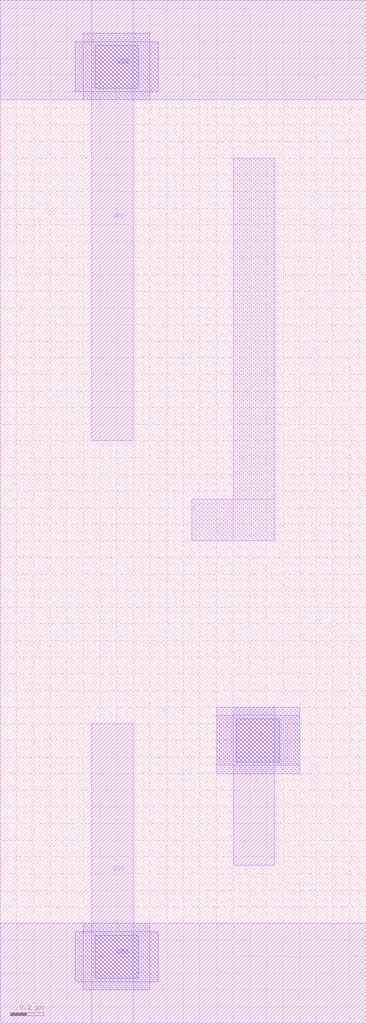
<source format=lef>
# Copyright 2022 Google LLC
# Licensed under the Apache License, Version 2.0 (the "License");
# you may not use this file except in compliance with the License.
# You may obtain a copy of the License at
#
#      http://www.apache.org/licenses/LICENSE-2.0
#
# Unless required by applicable law or agreed to in writing, software
# distributed under the License is distributed on an "AS IS" BASIS,
# WITHOUT WARRANTIES OR CONDITIONS OF ANY KIND, either express or implied.
# See the License for the specific language governing permissions and
# limitations under the License.
VERSION 5.7 ;
BUSBITCHARS "[]" ;
DIVIDERCHAR "/" ;

MACRO gf180mcu_osu_sc_9T_tielo
  CLASS CORE ;
  ORIGIN 0 0 ;
  FOREIGN gf180mcu_osu_sc_9T_tielo 0 0 ;
  SIZE 2.2 BY 6.15 ;
  SYMMETRY X Y ;
  SITE GF018hv5v_mcu_sc7 ;
  PIN VDD
    DIRECTION INOUT ;
    USE POWER ;
    SHAPE ABUTMENT ;
    PORT
      LAYER MET1 ;
        RECT 0 5.55 2.2 6.15 ;
        RECT 0.55 3.5 0.8 6.15 ;
      LAYER MET2 ;
        RECT 0.45 5.6 0.95 5.9 ;
        RECT 0.5 5.55 0.9 5.95 ;
      LAYER VIA12 ;
        RECT 0.57 5.62 0.83 5.88 ;
    END
  END VDD
  PIN VSS
    DIRECTION INOUT ;
    USE GROUND ;
    PORT
      LAYER MET1 ;
        RECT 0 0 2.2 0.6 ;
        RECT 0.55 0 0.8 1.8 ;
      LAYER MET2 ;
        RECT 0.45 0.25 0.95 0.55 ;
        RECT 0.5 0.2 0.9 0.6 ;
      LAYER VIA12 ;
        RECT 0.57 0.27 0.83 0.53 ;
    END
  END VSS
  PIN Y
    DIRECTION OUTPUT ;
    USE SIGNAL ;
    PORT
      LAYER MET1 ;
        RECT 1.3 1.55 1.8 1.85 ;
        RECT 1.4 0.95 1.65 1.9 ;
      LAYER MET2 ;
        RECT 1.3 1.5 1.8 1.9 ;
      LAYER VIA12 ;
        RECT 1.42 1.57 1.68 1.83 ;
    END
  END Y
  OBS
    LAYER MET1 ;
      RECT 1.4 2.9 1.65 5.2 ;
      RECT 1.15 2.9 1.65 3.15 ;
  END
END gf180mcu_osu_sc_9T_tielo

</source>
